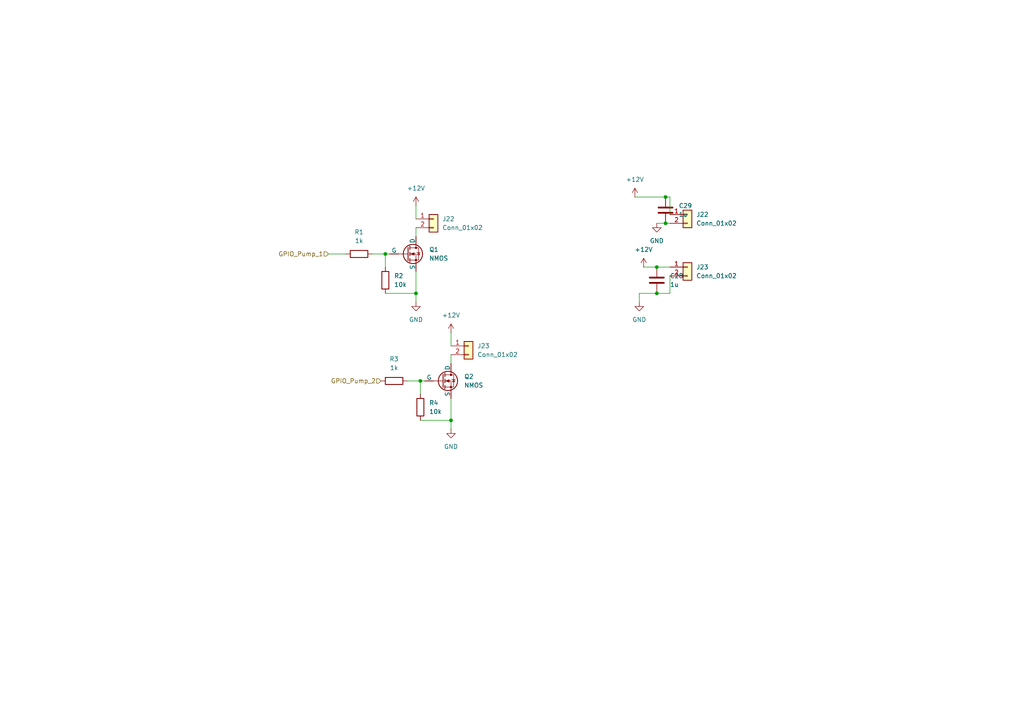
<source format=kicad_sch>
(kicad_sch (version 20250114) (generator "eeschema") (generator_version "9.0")
  (paper "A4")
  (lib_symbols
    (symbol "Connector_Generic:Conn_01x02" (pin_names (offset 1.016) (hide yes))
      (property "Reference" "J" (at 0 2.54 0))
      (property "Value" "Conn_01x02" (at 0 -5.08 0))
      (symbol "Conn_01x02_1_1"
        (rectangle (start -1.27 1.27) (end 1.27 -3.81) (stroke (width 0.254)) (fill (type background)))
        (rectangle (start -1.27 0.127) (end 0 -0.127) (stroke (width 0.1524)))
        (rectangle (start -1.27 -2.413) (end 0 -2.667) (stroke (width 0.1524)))
        (pin passive line (at -5.08 0 0) (length 3.81) (name "Pin_1") (number "1"))
        (pin passive line (at -5.08 -2.54 0) (length 3.81) (name "Pin_2") (number "2"))
      )
    )
    (symbol "Device:C" (pin_numbers (hide yes)) (pin_names (offset 0.254))
      (property "Reference" "C" (at 0.635 2.54 0))
      (property "Value" "C" (at 0.635 -2.54 0))
      (symbol "C_0_1"
        (polyline (pts (xy -2.032 0.762) (xy 2.032 0.762)) (stroke (width 0.508)))
        (polyline (pts (xy -2.032 -0.762) (xy 2.032 -0.762)) (stroke (width 0.508)))
      )
      (symbol "C_1_1"
        (pin passive line (at 0 3.81 270) (length 2.794) (name "~") (number "1"))
        (pin passive line (at 0 -3.81 90) (length 2.794) (name "~") (number "2"))
      )
    )
    (symbol "Device:R" (pin_numbers (hide yes)) (pin_names (offset 0))
      (property "Reference" "R" (at 2.032 0 90))
      (property "Value" "R" (at 0 0 90))
      (symbol "R_0_1"
        (rectangle (start -1.016 -2.54) (end 1.016 2.54) (stroke (width 0.254)))
      )
      (symbol "R_1_1"
        (pin passive line (at 0 3.81 270) (length 1.27) (name "~") (number "1"))
        (pin passive line (at 0 -3.81 90) (length 1.27) (name "~") (number "2"))
      )
    )
    (symbol "Simulation_SPICE:NMOS" (pin_numbers (hide yes)) (pin_names (offset 0))
      (property "Reference" "Q" (at 5.08 1.27 0))
      (property "Value" "NMOS" (at 5.08 -1.27 0))
      (symbol "NMOS_0_1"
        (polyline (pts (xy 0.254 1.905) (xy 0.254 -1.905)) (stroke (width 0.254)))
        (polyline (pts (xy 0.254 0) (xy -2.54 0)))
        (polyline (pts (xy 0.762 2.286) (xy 0.762 1.27)) (stroke (width 0.254)))
        (polyline (pts (xy 0.762 0.508) (xy 0.762 -0.508)) (stroke (width 0.254)))
        (polyline (pts (xy 0.762 -1.27) (xy 0.762 -2.286)) (stroke (width 0.254)))
        (polyline (pts (xy 0.762 -1.778) (xy 3.302 -1.778) (xy 3.302 1.778) (xy 0.762 1.778)))
        (polyline (pts (xy 1.016 0) (xy 2.032 0.381) (xy 2.032 -0.381) (xy 1.016 0)) (fill (type outline)))
        (circle (center 1.651 0) (radius 2.794) (stroke (width 0.254)))
        (polyline (pts (xy 2.54 2.54) (xy 2.54 1.778)))
        (circle (center 2.54 1.778) (radius 0.254) (fill (type outline)))
        (circle (center 2.54 -1.778) (radius 0.254) (fill (type outline)))
        (polyline (pts (xy 2.54 -2.54) (xy 2.54 0) (xy 0.762 0)))
        (polyline (pts (xy 2.794 0.508) (xy 2.921 0.381) (xy 3.683 0.381) (xy 3.81 0.254)))
        (polyline (pts (xy 3.302 0.381) (xy 2.921 -0.254) (xy 3.683 -0.254) (xy 3.302 0.381)))
      )
      (symbol "NMOS_1_1"
        (pin input line (at -5.08 0 0) (length 2.54) (name "G") (number "2"))
        (pin passive line (at 2.54 5.08 270) (length 2.54) (name "D") (number "1"))
        (pin passive line (at 2.54 -5.08 90) (length 2.54) (name "S") (number "3"))
      )
    )
    (symbol "power:+12V" (power) (pin_numbers (hide yes)) (pin_names (offset 0) (hide yes))
      (property "Value" "+12V" (at 0 3.556 0))
      (symbol "+12V_0_1"
        (polyline (pts (xy -0.762 1.27) (xy 0 2.54)))
        (polyline (pts (xy 0 2.54) (xy 0.762 1.27)))
        (polyline (pts (xy 0 0) (xy 0 2.54)))
      )
      (symbol "+12V_1_1"
        (pin power_in line (at 0 0 90) (length 0) (name "~") (number "1"))
      )
    )
    (symbol "power:GND" (power) (pin_numbers (hide yes)) (pin_names (offset 0) (hide yes))
      (property "Value" "GND" (at 0 -3.81 0))
      (symbol "GND_0_1"
        (polyline (pts (xy 0 0) (xy 0 -1.27) (xy 1.27 -1.27) (xy 0 -2.54) (xy -1.27 -1.27) (xy 0 -1.27)))
      )
      (symbol "GND_1_1"
        (pin power_in line (at 0 0 270) (length 0) (name "~") (number "1"))
      )
    )
  )
  (junction (at 193.04 64.77))
  (junction (at 190.5 85.09))
  (junction (at 120.65 85.09))
  (junction (at 121.92 110.49))
  (junction (at 193.04 57.15))
  (junction (at 111.76 73.66))
  (junction (at 190.5 77.47))
  (junction (at 130.81 121.92))
  (wire (pts (xy 118.11 110.49) (xy 121.92 110.49)))
  (wire (pts (xy 193.04 64.77) (xy 194.31 64.77)))
  (wire (pts (xy 120.65 59.69) (xy 120.65 63.5)))
  (wire (pts (xy 121.92 110.49) (xy 123.19 110.49)))
  (wire (pts (xy 130.81 96.52) (xy 130.81 100.33)))
  (wire (pts (xy 185.42 85.09) (xy 190.5 85.09)))
  (wire (pts (xy 190.5 64.77) (xy 193.04 64.77)))
  (wire (pts (xy 130.81 102.87) (xy 130.81 105.41)))
  (wire (pts (xy 130.81 121.92) (xy 130.81 115.57)))
  (wire (pts (xy 120.65 85.09) (xy 120.65 78.74)))
  (wire (pts (xy 130.81 124.46) (xy 130.81 121.92)))
  (wire (pts (xy 184.15 57.15) (xy 193.04 57.15)))
  (wire (pts (xy 111.76 73.66) (xy 113.03 73.66)))
  (wire (pts (xy 194.31 57.15) (xy 194.31 62.23)))
  (wire (pts (xy 111.76 85.09) (xy 120.65 85.09)))
  (wire (pts (xy 185.42 85.09) (xy 185.42 87.63)))
  (wire (pts (xy 190.5 77.47) (xy 194.31 77.47)))
  (wire (pts (xy 186.69 77.47) (xy 190.5 77.47)))
  (wire (pts (xy 95.25 73.66) (xy 100.33 73.66)))
  (wire (pts (xy 107.95 73.66) (xy 111.76 73.66)))
  (wire (pts (xy 121.92 114.3) (xy 121.92 110.49)))
  (wire (pts (xy 120.65 66.04) (xy 120.65 68.58)))
  (wire (pts (xy 190.5 85.09) (xy 194.31 85.09)))
  (wire (pts (xy 194.31 85.09) (xy 194.31 80.01)))
  (wire (pts (xy 111.76 77.47) (xy 111.76 73.66)))
  (wire (pts (xy 193.04 57.15) (xy 194.31 57.15)))
  (wire (pts (xy 120.65 87.63) (xy 120.65 85.09)))
  (wire (pts (xy 121.92 121.92) (xy 130.81 121.92)))
  (hierarchical_label "GPIO_Pump_2" (shape input) (at 110.49 110.49 180))
  (hierarchical_label "GPIO_Pump_1" (shape input) (at 95.25 73.66 180))
  (symbol (lib_id "Device:C") (at 190.5 81.28 180) (unit 1)
    (property "Reference" "C28" (at 194.31 80.0099 0) (effects (justify right)))
    (property "Value" "1u" (at 194.31 82.5499 0) (effects (justify right)))
    (property "Footprint" "Capacitor_SMD:C_0603_1608Metric" (effects (hide yes)))
    (property "Description" "Unpolarized capacitor" (effects (hide yes)))
  )
  (symbol (lib_id "Connector_Generic:Conn_01x02") (at 125.73 63.5 0) (unit 1)
    (property "Reference" "J22" (at 128.27 63.4999 0) (effects (justify left)))
    (property "Value" "Conn_01x02" (at 128.27 66.0399 0) (effects (justify left)))
    (property "Footprint" "Connector_JST:JST_EH_B2B-EH-A_1x02_P2.50mm_Vertical" (effects (hide yes)))
    (property "Description" "Generic connector, single row, 01x02, script generated (kicad-library-utils/schlib/autogen/connector/)" (effects (hide yes)))
  )
  (symbol (lib_id "power:GND") (at 120.65 87.63 0) (unit 1)
    (property "Reference" "#PWR045" (effects (hide yes)))
    (property "Value" "GND" (at 120.65 92.71 0))
    (property "Description" "Power symbol creates a global label with name \"GND\" , ground" (effects (hide yes)))
  )
  (symbol (lib_id "Connector_Generic:Conn_01x02") (at 199.39 62.23 0) (unit 1)
    (property "Reference" "J22" (at 201.93 62.2299 0) (effects (justify left)))
    (property "Value" "Conn_01x02" (at 201.93 64.7699 0) (effects (justify left)))
    (property "Footprint" "Connector_JST:JST_EH_B2B-EH-A_1x02_P2.50mm_Vertical" (effects (hide yes)))
    (property "Description" "Generic connector, single row, 01x02, script generated (kicad-library-utils/schlib/autogen/connector/)" (effects (hide yes)))
  )
  (symbol (lib_id "Simulation_SPICE:NMOS") (at 128.27 110.49 0) (unit 1)
    (property "Reference" "Q2" (at 134.62 109.2199 0) (effects (justify left)))
    (property "Value" "NMOS" (at 134.62 111.7599 0) (effects (justify left)))
    (property "Footprint" "Package_TO_SOT_SMD:SOT-23" (effects (hide yes)))
    (property "Datasheet" "https://www.vishay.com/docs/67036/sq2310es.pdf" (effects (hide yes)))
    (property "Description" "N-MOSFET transistor, drain/source/gate" (effects (hide yes)))
    (property "Sim.Device" "NMOS" (effects (hide yes)))
    (property "Sim.Type" "VDMOS" (effects (hide yes)))
    (property "Sim.Pins" "1=D 2=G 3=S" (effects (hide yes)))
    (property "MPN" "SQ2310ES" (effects (hide yes)))
  )
  (symbol (lib_id "power:GND") (at 190.5 64.77 0) (unit 1)
    (property "Reference" "#PWR049" (effects (hide yes)))
    (property "Value" "GND" (at 190.5 69.85 0))
    (property "Description" "Power symbol creates a global label with name \"GND\" , ground" (effects (hide yes)))
  )
  (symbol (lib_id "power:+12V") (at 130.81 96.52 0) (unit 1)
    (property "Reference" "#PWR044" (effects (hide yes)))
    (property "Value" "+12V" (at 130.81 91.44 0))
    (property "Description" "Power symbol creates a global label with name \"+12V\"" (effects (hide yes)))
  )
  (symbol (lib_id "power:GND") (at 130.81 124.46 0) (unit 1)
    (property "Reference" "#PWR045" (effects (hide yes)))
    (property "Value" "GND" (at 130.81 129.54 0))
    (property "Description" "Power symbol creates a global label with name \"GND\" , ground" (effects (hide yes)))
  )
  (symbol (lib_id "Device:R") (at 111.76 81.28 0) (unit 1)
    (property "Reference" "R2" (at 114.3 80.0099 0) (effects (justify left)))
    (property "Value" "10k" (at 114.3 82.5499 0) (effects (justify left)))
    (property "Footprint" "Resistor_SMD:R_0402_1005Metric" (effects (hide yes)))
    (property "Description" "Resistor" (effects (hide yes)))
  )
  (symbol (lib_id "power:GND") (at 185.42 87.63 0) (unit 1)
    (property "Reference" "#PWR047" (effects (hide yes)))
    (property "Value" "GND" (at 185.42 92.71 0))
    (property "Description" "Power symbol creates a global label with name \"GND\" , ground" (effects (hide yes)))
  )
  (symbol (lib_id "power:+12V") (at 184.15 57.15 0) (unit 1)
    (property "Reference" "#PWR046" (effects (hide yes)))
    (property "Value" "+12V" (at 184.15 52.07 0))
    (property "Description" "Power symbol creates a global label with name \"+12V\"" (effects (hide yes)))
  )
  (symbol (lib_id "power:+12V") (at 120.65 59.69 0) (unit 1)
    (property "Reference" "#PWR044" (effects (hide yes)))
    (property "Value" "+12V" (at 120.65 54.61 0))
    (property "Description" "Power symbol creates a global label with name \"+12V\"" (effects (hide yes)))
  )
  (symbol (lib_id "Connector_Generic:Conn_01x02") (at 135.89 100.33 0) (unit 1)
    (property "Reference" "J23" (at 138.43 100.3299 0) (effects (justify left)))
    (property "Value" "Conn_01x02" (at 138.43 102.8699 0) (effects (justify left)))
    (property "Footprint" "Connector_JST:JST_EH_B2B-EH-A_1x02_P2.50mm_Vertical" (effects (hide yes)))
    (property "Description" "Generic connector, single row, 01x02, script generated (kicad-library-utils/schlib/autogen/connector/)" (effects (hide yes)))
  )
  (symbol (lib_id "power:+12V") (at 186.69 77.47 0) (unit 1)
    (property "Reference" "#PWR048" (effects (hide yes)))
    (property "Value" "+12V" (at 186.69 72.39 0))
    (property "Description" "Power symbol creates a global label with name \"+12V\"" (effects (hide yes)))
  )
  (symbol (lib_id "Device:C") (at 193.04 60.96 0) (unit 1)
    (property "Reference" "C29" (at 196.85 59.6899 0) (effects (justify left)))
    (property "Value" "1u" (at 196.85 62.2299 0) (effects (justify left)))
    (property "Footprint" "Capacitor_SMD:C_0603_1608Metric" (effects (hide yes)))
    (property "Description" "Unpolarized capacitor" (effects (hide yes)))
  )
  (symbol (lib_id "Device:R") (at 104.14 73.66 270) (unit 1)
    (property "Reference" "R1" (at 104.14 67.31 90))
    (property "Value" "1k" (at 104.14 69.85 90))
    (property "Footprint" "Resistor_SMD:R_0402_1005Metric" (effects (hide yes)))
    (property "Description" "Resistor" (effects (hide yes)))
  )
  (symbol (lib_id "Connector_Generic:Conn_01x02") (at 199.39 77.47 0) (unit 1)
    (property "Reference" "J23" (at 201.93 77.4699 0) (effects (justify left)))
    (property "Value" "Conn_01x02" (at 201.93 80.0099 0) (effects (justify left)))
    (property "Footprint" "Connector_JST:JST_EH_B2B-EH-A_1x02_P2.50mm_Vertical" (effects (hide yes)))
    (property "Description" "Generic connector, single row, 01x02, script generated (kicad-library-utils/schlib/autogen/connector/)" (effects (hide yes)))
  )
  (symbol (lib_id "Device:R") (at 121.92 118.11 0) (unit 1)
    (property "Reference" "R4" (at 124.46 116.8399 0) (effects (justify left)))
    (property "Value" "10k" (at 124.46 119.3799 0) (effects (justify left)))
    (property "Footprint" "Resistor_SMD:R_0402_1005Metric" (effects (hide yes)))
    (property "Description" "Resistor" (effects (hide yes)))
  )
  (symbol (lib_id "Device:R") (at 114.3 110.49 270) (unit 1)
    (property "Reference" "R3" (at 114.3 104.14 90))
    (property "Value" "1k" (at 114.3 106.68 90))
    (property "Footprint" "Resistor_SMD:R_0402_1005Metric" (effects (hide yes)))
    (property "Description" "Resistor" (effects (hide yes)))
  )
  (symbol (lib_id "Simulation_SPICE:NMOS") (at 118.11 73.66 0) (unit 1)
    (property "Reference" "Q1" (at 124.46 72.3899 0) (effects (justify left)))
    (property "Value" "NMOS" (at 124.46 74.9299 0) (effects (justify left)))
    (property "Footprint" "Package_TO_SOT_SMD:SOT-23" (effects (hide yes)))
    (property "Datasheet" "https://www.vishay.com/docs/67036/sq2310es.pdf" (effects (hide yes)))
    (property "Description" "N-MOSFET transistor, drain/source/gate" (effects (hide yes)))
    (property "Sim.Device" "NMOS" (effects (hide yes)))
    (property "Sim.Type" "VDMOS" (effects (hide yes)))
    (property "Sim.Pins" "1=D 2=G 3=S" (effects (hide yes)))
    (property "MPN" "SQ2310ES" (effects (hide yes)))
  )
)
</source>
